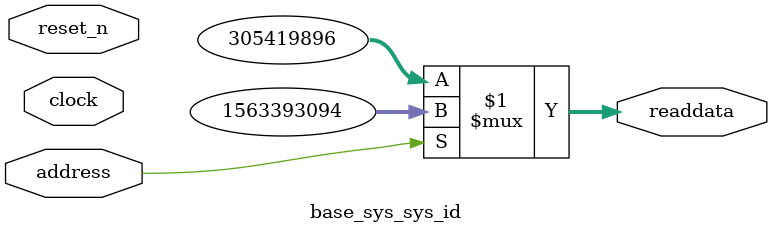
<source format=v>



// synthesis translate_off
`timescale 1ns / 1ps
// synthesis translate_on

// turn off superfluous verilog processor warnings 
// altera message_level Level1 
// altera message_off 10034 10035 10036 10037 10230 10240 10030 

module base_sys_sys_id (
               // inputs:
                address,
                clock,
                reset_n,

               // outputs:
                readdata
             )
;

  output  [ 31: 0] readdata;
  input            address;
  input            clock;
  input            reset_n;

  wire    [ 31: 0] readdata;
  //control_slave, which is an e_avalon_slave
  assign readdata = address ? 1563393094 : 305419896;

endmodule



</source>
